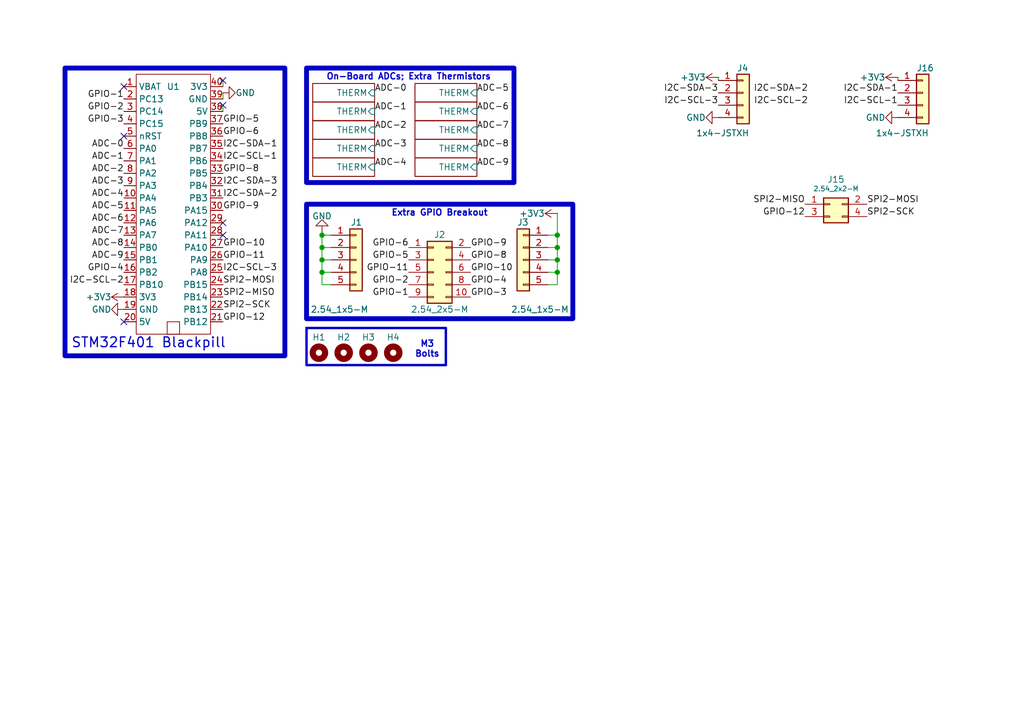
<source format=kicad_sch>
(kicad_sch (version 20250114) (generator "eeschema") (generator_version "9.0")
  (paper "A5")
  (lib_symbols
    (symbol "Connector_Generic:Conn_01x04" (pin_names (offset 1.016) (hide yes))
      (property "Reference" "J" (at 0 5.08 0))
      (property "Value" "Conn_01x04" (at 0 -7.62 0))
      (symbol "Conn_01x04_1_1"
        (rectangle (start -1.27 3.81) (end 1.27 -6.35) (stroke (width 0.254)) (fill (type background)))
        (rectangle (start -1.27 2.667) (end 0 2.413) (stroke (width 0.1524)))
        (rectangle (start -1.27 0.127) (end 0 -0.127) (stroke (width 0.1524)))
        (rectangle (start -1.27 -2.413) (end 0 -2.667) (stroke (width 0.1524)))
        (rectangle (start -1.27 -4.953) (end 0 -5.207) (stroke (width 0.1524)))
        (pin passive line (at -5.08 2.54 0) (length 3.81) (name "Pin_1") (number "1"))
        (pin passive line (at -5.08 0 0) (length 3.81) (name "Pin_2") (number "2"))
        (pin passive line (at -5.08 -2.54 0) (length 3.81) (name "Pin_3") (number "3"))
        (pin passive line (at -5.08 -5.08 0) (length 3.81) (name "Pin_4") (number "4"))
      )
    )
    (symbol "Connector_Generic:Conn_01x05" (pin_names (offset 1.016) (hide yes))
      (property "Reference" "J" (at 0 7.62 0))
      (property "Value" "Conn_01x05" (at 0 -7.62 0))
      (symbol "Conn_01x05_1_1"
        (rectangle (start -1.27 6.35) (end 1.27 -6.35) (stroke (width 0.254)) (fill (type background)))
        (rectangle (start -1.27 5.207) (end 0 4.953) (stroke (width 0.1524)))
        (rectangle (start -1.27 2.667) (end 0 2.413) (stroke (width 0.1524)))
        (rectangle (start -1.27 0.127) (end 0 -0.127) (stroke (width 0.1524)))
        (rectangle (start -1.27 -2.413) (end 0 -2.667) (stroke (width 0.1524)))
        (rectangle (start -1.27 -4.953) (end 0 -5.207) (stroke (width 0.1524)))
        (pin passive line (at -5.08 5.08 0) (length 3.81) (name "Pin_1") (number "1"))
        (pin passive line (at -5.08 2.54 0) (length 3.81) (name "Pin_2") (number "2"))
        (pin passive line (at -5.08 0 0) (length 3.81) (name "Pin_3") (number "3"))
        (pin passive line (at -5.08 -2.54 0) (length 3.81) (name "Pin_4") (number "4"))
        (pin passive line (at -5.08 -5.08 0) (length 3.81) (name "Pin_5") (number "5"))
      )
    )
    (symbol "Connector_Generic:Conn_02x02_Odd_Even" (pin_names (offset 1.016) (hide yes))
      (property "Reference" "J" (at 1.27 2.54 0))
      (property "Value" "Conn_02x02_Odd_Even" (at 1.27 -5.08 0))
      (symbol "Conn_02x02_Odd_Even_1_1"
        (rectangle (start -1.27 1.27) (end 3.81 -3.81) (stroke (width 0.254)) (fill (type background)))
        (rectangle (start -1.27 0.127) (end 0 -0.127) (stroke (width 0.1524)))
        (rectangle (start -1.27 -2.413) (end 0 -2.667) (stroke (width 0.1524)))
        (rectangle (start 3.81 0.127) (end 2.54 -0.127) (stroke (width 0.1524)))
        (rectangle (start 3.81 -2.413) (end 2.54 -2.667) (stroke (width 0.1524)))
        (pin passive line (at -5.08 0 0) (length 3.81) (name "Pin_1") (number "1"))
        (pin passive line (at -5.08 -2.54 0) (length 3.81) (name "Pin_3") (number "3"))
        (pin passive line (at 7.62 0 180) (length 3.81) (name "Pin_2") (number "2"))
        (pin passive line (at 7.62 -2.54 180) (length 3.81) (name "Pin_4") (number "4"))
      )
    )
    (symbol "Connector_Generic:Conn_02x05_Odd_Even" (pin_names (offset 1.016) (hide yes))
      (property "Reference" "J" (at 1.27 7.62 0))
      (property "Value" "Conn_02x05_Odd_Even" (at 1.27 -7.62 0))
      (symbol "Conn_02x05_Odd_Even_1_1"
        (rectangle (start -1.27 6.35) (end 3.81 -6.35) (stroke (width 0.254)) (fill (type background)))
        (rectangle (start -1.27 5.207) (end 0 4.953) (stroke (width 0.1524)))
        (rectangle (start -1.27 2.667) (end 0 2.413) (stroke (width 0.1524)))
        (rectangle (start -1.27 0.127) (end 0 -0.127) (stroke (width 0.1524)))
        (rectangle (start -1.27 -2.413) (end 0 -2.667) (stroke (width 0.1524)))
        (rectangle (start -1.27 -4.953) (end 0 -5.207) (stroke (width 0.1524)))
        (rectangle (start 3.81 5.207) (end 2.54 4.953) (stroke (width 0.1524)))
        (rectangle (start 3.81 2.667) (end 2.54 2.413) (stroke (width 0.1524)))
        (rectangle (start 3.81 0.127) (end 2.54 -0.127) (stroke (width 0.1524)))
        (rectangle (start 3.81 -2.413) (end 2.54 -2.667) (stroke (width 0.1524)))
        (rectangle (start 3.81 -4.953) (end 2.54 -5.207) (stroke (width 0.1524)))
        (pin passive line (at -5.08 5.08 0) (length 3.81) (name "Pin_1") (number "1"))
        (pin passive line (at -5.08 2.54 0) (length 3.81) (name "Pin_3") (number "3"))
        (pin passive line (at -5.08 0 0) (length 3.81) (name "Pin_5") (number "5"))
        (pin passive line (at -5.08 -2.54 0) (length 3.81) (name "Pin_7") (number "7"))
        (pin passive line (at -5.08 -5.08 0) (length 3.81) (name "Pin_9") (number "9"))
        (pin passive line (at 7.62 5.08 180) (length 3.81) (name "Pin_2") (number "2"))
        (pin passive line (at 7.62 2.54 180) (length 3.81) (name "Pin_4") (number "4"))
        (pin passive line (at 7.62 0 180) (length 3.81) (name "Pin_6") (number "6"))
        (pin passive line (at 7.62 -2.54 180) (length 3.81) (name "Pin_8") (number "8"))
        (pin passive line (at 7.62 -5.08 180) (length 3.81) (name "Pin_10") (number "10"))
      )
    )
    (symbol "CustomSymbols:STM32F401_Black_Pill"
      (property "Reference" "U1" (at 10.16 -7.62 0))
      (property "Value" "~" (at 0 0 0))
      (symbol "STM32F401_Black_Pill_0_1"
        (rectangle (start 2.54 -2.54) (end 17.78 -55.88))
      )
      (symbol "STM32F401_Black_Pill_1_1"
        (rectangle (start 8.89 -53.34) (end 11.43 -55.88))
        (pin input line (at 0 -5.08 0) (length 2.54) (name "VBAT") (number "1"))
        (pin input line (at 0 -7.62 0) (length 2.54) (name "PC13") (number "2"))
        (pin input line (at 0 -10.16 0) (length 2.54) (name "PC14") (number "3"))
        (pin input line (at 0 -12.7 0) (length 2.54) (name "PC15") (number "4"))
        (pin input line (at 0 -15.24 0) (length 2.54) (name "nRST") (number "5"))
        (pin input line (at 0 -17.78 0) (length 2.54) (name "PA0") (number "6"))
        (pin input line (at 0 -20.32 0) (length 2.54) (name "PA1") (number "7"))
        (pin input line (at 0 -22.86 0) (length 2.54) (name "PA2") (number "8"))
        (pin input line (at 0 -25.4 0) (length 2.54) (name "PA3") (number "9"))
        (pin input line (at 0 -27.94 0) (length 2.54) (name "PA4") (number "10"))
        (pin input line (at 0 -30.48 0) (length 2.54) (name "PA5") (number "11"))
        (pin input line (at 0 -33.02 0) (length 2.54) (name "PA6") (number "12"))
        (pin input line (at 0 -35.56 0) (length 2.54) (name "PA7") (number "13"))
        (pin input line (at 0 -38.1 0) (length 2.54) (name "PB0") (number "14"))
        (pin input line (at 0 -40.64 0) (length 2.54) (name "PB1") (number "15"))
        (pin input line (at 0 -43.18 0) (length 2.54) (name "PB2") (number "16"))
        (pin input line (at 0 -45.72 0) (length 2.54) (name "PB10") (number "17"))
        (pin input line (at 0 -48.26 0) (length 2.54) (name "3V3") (number "18"))
        (pin input line (at 0 -50.8 0) (length 2.54) (name "GND") (number "19"))
        (pin input line (at 0 -53.34 0) (length 2.54) (name "5V") (number "20"))
        (pin input line (at 20.32 -5.08 180) (length 2.54) (name "3V3") (number "40"))
        (pin input line (at 20.32 -7.62 180) (length 2.54) (name "GND") (number "39"))
        (pin input line (at 20.32 -10.16 180) (length 2.54) (name "5V") (number "38"))
        (pin input line (at 20.32 -12.7 180) (length 2.54) (name "PB9") (number "37"))
        (pin input line (at 20.32 -15.24 180) (length 2.54) (name "PB8") (number "36"))
        (pin input line (at 20.32 -17.78 180) (length 2.54) (name "PB7") (number "35"))
        (pin input line (at 20.32 -20.32 180) (length 2.54) (name "PB6") (number "34"))
        (pin input line (at 20.32 -22.86 180) (length 2.54) (name "PB5") (number "33"))
        (pin input line (at 20.32 -25.4 180) (length 2.54) (name "PB4") (number "32"))
        (pin input line (at 20.32 -27.94 180) (length 2.54) (name "PB3") (number "31"))
        (pin input line (at 20.32 -30.48 180) (length 2.54) (name "PA15") (number "30"))
        (pin input line (at 20.32 -33.02 180) (length 2.54) (name "PA12") (number "29"))
        (pin input line (at 20.32 -35.56 180) (length 2.54) (name "PA11") (number "28"))
        (pin input line (at 20.32 -38.1 180) (length 2.54) (name "PA10") (number "27"))
        (pin input line (at 20.32 -40.64 180) (length 2.54) (name "PA9") (number "26"))
        (pin input line (at 20.32 -43.18 180) (length 2.54) (name "PA8") (number "25"))
        (pin input line (at 20.32 -45.72 180) (length 2.54) (name "PB15") (number "24"))
        (pin input line (at 20.32 -48.26 180) (length 2.54) (name "PB14") (number "23"))
        (pin input line (at 20.32 -50.8 180) (length 2.54) (name "PB13") (number "22"))
        (pin input line (at 20.32 -53.34 180) (length 2.54) (name "PB12") (number "21"))
      )
    )
    (symbol "Mechanical:MountingHole" (pin_names (offset 1.016))
      (property "Reference" "H" (at 0 5.08 0))
      (property "Value" "MountingHole" (at 0 3.175 0))
      (symbol "MountingHole_0_1"
        (circle (center 0 0) (radius 1.27) (stroke (width 1.27)))
      )
    )
    (symbol "power:+3V3" (power) (pin_numbers (hide yes)) (pin_names (offset 0) (hide yes))
      (property "Value" "+3V3" (at 0 3.556 0))
      (symbol "+3V3_0_1"
        (polyline (pts (xy -0.762 1.27) (xy 0 2.54)))
        (polyline (pts (xy 0 2.54) (xy 0.762 1.27)))
        (polyline (pts (xy 0 0) (xy 0 2.54)))
      )
      (symbol "+3V3_1_1"
        (pin power_in line (at 0 0 90) (length 0) (name "~") (number "1"))
      )
    )
    (symbol "power:GND" (power) (pin_numbers (hide yes)) (pin_names (offset 0) (hide yes))
      (property "Value" "GND" (at 0 -3.81 0))
      (symbol "GND_0_1"
        (polyline (pts (xy 0 0) (xy 0 -1.27) (xy 1.27 -1.27) (xy 0 -2.54) (xy -1.27 -1.27) (xy 0 -1.27)))
      )
      (symbol "GND_1_1"
        (pin power_in line (at 0 0 270) (length 0) (name "~") (number "1"))
      )
    )
  )
  (rectangle (start 62.865 41.91) (end 117.475 65.405) (stroke (width 1)))
  (rectangle (start 13.335 13.97) (end 58.42 73.025) (stroke (width 1)))
  (rectangle (start 62.865 67.31) (end 91.44 74.93) (stroke (width 0.5)))
  (rectangle (start 62.865 13.97) (end 105.41 37.465) (stroke (width 1)))
  (text "STM32F401 Blackpill" (at 30.48 70.485 0) (effects (font (size 2 2) (thickness 0.254) (bold yes))))
  (text "M3\nBolts" (at 87.63 71.755 0) (effects (font (size 1.27 1.27) (thickness 0.254) (bold yes))))
  (text "Extra GPIO Breakout" (at 90.17 43.815 0) (effects (font (size 1.27 1.27) (thickness 0.254) (bold yes))))
  (text "On-Board ADCs; Extra Thermistors" (at 83.82 15.875 0) (effects (font (size 1.27 1.27) (thickness 0.254) (bold yes))))
  (junction (at 114.3 53.34))
  (junction (at 114.3 50.8))
  (junction (at 66.04 48.26))
  (junction (at 66.04 55.88))
  (junction (at 114.3 55.88))
  (junction (at 114.3 48.26))
  (junction (at 66.04 53.34))
  (junction (at 66.04 50.8))
  (no_connect (at 45.72 48.26))
  (no_connect (at 25.4 27.94))
  (no_connect (at 25.4 66.04))
  (no_connect (at 45.72 21.59))
  (no_connect (at 45.72 45.72))
  (no_connect (at 25.4 17.78))
  (no_connect (at 45.72 16.51))
  (wire (pts (xy 114.3 58.42) (xy 112.395 58.42)))
  (wire (pts (xy 114.3 48.26) (xy 112.395 48.26)))
  (wire (pts (xy 45.72 21.59) (xy 45.72 22.86)))
  (wire (pts (xy 114.3 53.34) (xy 114.3 55.88)))
  (wire (pts (xy 112.395 50.8) (xy 114.3 50.8)))
  (wire (pts (xy 66.04 53.34) (xy 67.945 53.34)))
  (wire (pts (xy 184.15 15.875) (xy 184.15 16.51)))
  (wire (pts (xy 45.72 19.05) (xy 45.72 20.32)))
  (wire (pts (xy 66.04 47.625) (xy 66.04 48.26)))
  (wire (pts (xy 114.3 43.815) (xy 114.3 48.26)))
  (wire (pts (xy 66.04 48.26) (xy 67.945 48.26)))
  (wire (pts (xy 147.32 15.875) (xy 147.32 16.51)))
  (wire (pts (xy 45.72 16.51) (xy 45.72 17.78)))
  (wire (pts (xy 66.04 50.8) (xy 66.04 53.34)))
  (wire (pts (xy 66.04 53.34) (xy 66.04 55.88)))
  (wire (pts (xy 114.3 53.34) (xy 112.395 53.34)))
  (wire (pts (xy 114.3 48.26) (xy 114.3 50.8)))
  (wire (pts (xy 66.04 58.42) (xy 67.945 58.42)))
  (wire (pts (xy 114.3 50.8) (xy 114.3 53.34)))
  (wire (pts (xy 114.3 55.88) (xy 112.395 55.88)))
  (wire (pts (xy 66.04 55.88) (xy 67.945 55.88)))
  (wire (pts (xy 66.04 48.26) (xy 66.04 50.8)))
  (wire (pts (xy 67.945 50.8) (xy 66.04 50.8)))
  (wire (pts (xy 114.3 55.88) (xy 114.3 58.42)))
  (wire (pts (xy 66.04 55.88) (xy 66.04 58.42)))
  (label "ADC-2" (at 25.4 35.56 180))
  (label "GPIO-5" (at 45.72 25.4 0))
  (label "ADC-0" (at 76.835 19.05 0))
  (label "SPI2-MOSI" (at 177.8 41.91 0))
  (label "GPIO-2" (at 25.4 22.86 180))
  (label "ADC-7" (at 25.4 48.26 180))
  (label "SPI2-SCK" (at 177.8 44.45 0))
  (label "I2C-SDA-1" (at 184.15 19.05 180))
  (label "I2C-SDA-1" (at 45.72 30.48 0))
  (label "I2C-SCL-3" (at 45.72 55.88 0))
  (label "I2C-SDA-3" (at 45.72 38.1 0))
  (label "GPIO-3" (at 96.52 60.96 0))
  (label "ADC-1" (at 76.835 22.86 0))
  (label "SPI2-MOSI" (at 45.72 58.42 0))
  (label "ADC-0" (at 25.4 30.48 180))
  (label "ADC-5" (at 25.4 43.18 180))
  (label "SPI2-SCK" (at 45.72 63.5 0))
  (label "I2C-SDA-3" (at 147.32 19.05 180))
  (label "GPIO-4" (at 25.4 55.88 180))
  (label "I2C-SDA-2" (at 45.72 40.64 0))
  (label "GPIO-11" (at 45.72 53.34 0))
  (label "GPIO-6" (at 45.72 27.94 0))
  (label "GPIO-12" (at 165.1 44.45 180))
  (label "ADC-3" (at 25.4 38.1 180))
  (label "GPIO-4" (at 96.52 58.42 0))
  (label "ADC-2" (at 76.835 26.67 0))
  (label "I2C-SCL-1" (at 184.15 21.59 180))
  (label "GPIO-11" (at 83.82 55.88 180))
  (label "GPIO-8" (at 45.72 35.56 0))
  (label "ADC-8" (at 97.79 30.48 0))
  (label "GPIO-1" (at 25.4 20.32 180))
  (label "ADC-3" (at 76.835 30.48 0))
  (label "ADC-6" (at 97.79 22.86 0))
  (label "GPIO-8" (at 96.52 53.34 0))
  (label "I2C-SDA-2" (at 165.735 19.05 180))
  (label "I2C-SCL-2" (at 165.735 21.59 180))
  (label "GPIO-12" (at 45.72 66.04 0))
  (label "ADC-9" (at 97.79 34.29 0))
  (label "GPIO-2" (at 83.82 58.42 180))
  (label "SPI2-MISO" (at 165.1 41.91 180))
  (label "I2C-SCL-1" (at 45.72 33.02 0))
  (label "GPIO-6" (at 83.82 50.8 180))
  (label "ADC-9" (at 25.4 53.34 180))
  (label "SPI2-MISO" (at 45.72 60.96 0))
  (label "ADC-4" (at 76.835 34.29 0))
  (label "ADC-6" (at 25.4 45.72 180))
  (label "ADC-8" (at 25.4 50.8 180))
  (label "I2C-SCL-2" (at 25.4 58.42 180))
  (label "ADC-4" (at 25.4 40.64 180))
  (label "GPIO-9" (at 45.72 43.18 0))
  (label "GPIO-1" (at 83.82 60.96 180))
  (label "GPIO-10" (at 45.72 50.8 0))
  (label "ADC-5" (at 97.79 19.05 0))
  (label "ADC-7" (at 97.79 26.67 0))
  (label "GPIO-9" (at 96.52 50.8 0))
  (label "I2C-SCL-3" (at 147.32 21.59 180))
  (label "GPIO-5" (at 83.82 53.34 180))
  (label "GPIO-10" (at 96.52 55.88 0))
  (label "GPIO-3" (at 25.4 25.4 180))
  (label "ADC-1" (at 25.4 33.02 180))
  (symbol (lib_id "power:GND") (at 147.32 24.13 270) (unit 1)
    (property "Reference" "#PWR031" (effects (hide yes)))
    (property "Value" "GND" (at 144.78 24.13 90) (effects (justify right)))
    (property "Description" "Power symbol creates a global label with name \"GND\" , ground" (effects (hide yes)))
  )
  (symbol (lib_id "power:GND") (at 25.4 63.5 270) (mirror x) (unit 1)
    (property "Reference" "#PWR02" (effects (hide yes)))
    (property "Value" "GND" (at 22.86 63.5 90) (effects (justify right)))
    (property "Description" "Power symbol creates a global label with name \"GND\" , ground" (effects (hide yes)))
  )
  (symbol (lib_id "Connector_Generic:Conn_01x05") (at 107.315 53.34 0) (mirror y) (unit 1)
    (property "Reference" "J3" (at 106.045 46.355 0) (effects (justify right bottom)))
    (property "Value" "2.54_1x5-M" (at 104.775 63.5 0) (effects (justify right)))
    (property "Footprint" "Connector_PinHeader_2.54mm:PinHeader_1x05_P2.54mm_Vertical" (effects (hide yes)))
    (property "Description" "Generic connector, single row, 01x05, script generated (kicad-library-utils/schlib/autogen/connector/)" (effects (hide yes)))
  )
  (symbol (lib_id "Mechanical:MountingHole") (at 65.405 72.39 180) (unit 1)
    (property "Reference" "H1" (at 65.405 69.215 0))
    (property "Value" "MountingHole" (effects (hide yes)))
    (property "Footprint" "CustomFootprints:M3 Mounting Hole ~ Classic - No Keepout" (effects (hide yes)))
    (property "Description" "Mounting Hole without connection" (effects (hide yes)))
  )
  (symbol (lib_id "CustomSymbols:STM32F401_Black_Pill") (at 25.4 12.7 0) (unit 1)
    (property "Reference" "U1" (at 35.56 17.78 0))
    (property "Value" "STM32F401 Blackpill" (effects (hide yes)))
    (property "Footprint" "CustomFootprints:Socketed MCU - STM32 BlackPill" (effects (hide yes)))
  )
  (symbol (lib_id "Connector_Generic:Conn_02x05_Odd_Even") (at 88.9 55.88 0) (unit 1)
    (property "Reference" "J2" (at 90.17 48.895 0) (effects (justify bottom)))
    (property "Value" "2.54_2x5-M" (at 90.17 63.5 0))
    (property "Footprint" "Connector_PinHeader_2.54mm:PinHeader_2x05_P2.54mm_Vertical" (effects (hide yes)))
    (property "Description" "Generic connector, double row, 02x05, odd/even pin numbering scheme (row 1 odd numbers, row 2 even numbers), script generated (kicad-library-utils/schlib/autogen/connector/)" (effects (hide yes)))
  )
  (symbol (lib_id "power:+3V3") (at 147.32 15.875 90) (unit 1)
    (property "Reference" "#PWR030" (effects (hide yes)))
    (property "Value" "+3V3" (at 144.78 15.875 90) (effects (justify left)))
    (property "Description" "Power symbol creates a global label with name \"+3V3\"" (effects (hide yes)))
  )
  (symbol (lib_id "Mechanical:MountingHole") (at 75.565 72.39 180) (unit 1)
    (property "Reference" "H3" (at 75.565 69.215 0))
    (property "Value" "MountingHole" (effects (hide yes)))
    (property "Footprint" "CustomFootprints:M3 Mounting Hole ~ Classic - No Keepout" (effects (hide yes)))
    (property "Description" "Mounting Hole without connection" (effects (hide yes)))
  )
  (symbol (lib_id "Connector_Generic:Conn_01x04") (at 189.23 19.05 0) (unit 1)
    (property "Reference" "J16" (at 187.96 13.97 0) (effects (justify left)))
    (property "Value" "1x4-JSTXH" (at 190.5 27.305 0) (effects (justify right)))
    (property "Footprint" "Connector_JST:JST_XH_B4B-XH-A_1x04_P2.50mm_Vertical" (effects (hide yes)))
    (property "Description" "Generic connector, single row, 01x04, script generated (kicad-library-utils/schlib/autogen/connector/)" (effects (hide yes)))
  )
  (symbol (lib_id "power:GND") (at 45.72 19.05 90) (unit 1)
    (property "Reference" "#PWR04" (effects (hide yes)))
    (property "Value" "GND" (at 48.26 19.05 90) (effects (justify right)))
    (property "Description" "Power symbol creates a global label with name \"GND\" , ground" (effects (hide yes)))
  )
  (symbol (lib_id "power:GND") (at 66.04 47.625 180) (unit 1)
    (property "Reference" "#PWR05" (effects (hide yes)))
    (property "Value" "GND" (at 66.04 45.085 0) (effects (justify top)))
    (property "Description" "Power symbol creates a global label with name \"GND\" , ground" (effects (hide yes)))
  )
  (symbol (lib_id "Mechanical:MountingHole") (at 70.485 72.39 180) (unit 1)
    (property "Reference" "H2" (at 70.485 69.215 0))
    (property "Value" "MountingHole" (effects (hide yes)))
    (property "Footprint" "CustomFootprints:M3 Mounting Hole ~ Classic - No Keepout" (effects (hide yes)))
    (property "Description" "Mounting Hole without connection" (effects (hide yes)))
  )
  (symbol (lib_id "power:GND") (at 184.15 24.13 270) (unit 1)
    (property "Reference" "#PWR07" (effects (hide yes)))
    (property "Value" "GND" (at 181.61 24.13 90) (effects (justify right)))
    (property "Description" "Power symbol creates a global label with name \"GND\" , ground" (effects (hide yes)))
  )
  (symbol (lib_id "power:+3V3") (at 25.4 60.96 90) (unit 1)
    (property "Reference" "#PWR01" (effects (hide yes)))
    (property "Value" "+3V3" (at 22.86 60.96 90) (effects (justify left)))
    (property "Description" "Power symbol creates a global label with name \"+3V3\"" (effects (hide yes)))
  )
  (symbol (lib_id "Connector_Generic:Conn_02x02_Odd_Even") (at 170.18 41.91 0) (unit 1)
    (property "Reference" "J15" (at 171.45 36.83 0))
    (property "Value" "2.54_2x2-M" (at 171.45 38.735 0) (effects (font (size 1 1))))
    (property "Footprint" "Connector_PinHeader_2.54mm:PinHeader_2x02_P2.54mm_Vertical" (effects (hide yes)))
    (property "Description" "Generic connector, double row, 02x02, odd/even pin numbering scheme (row 1 odd numbers, row 2 even numbers), script generated (kicad-library-utils/schlib/autogen/connector/)" (effects (hide yes)))
  )
  (symbol (lib_id "Connector_Generic:Conn_01x04") (at 152.4 19.05 0) (unit 1)
    (property "Reference" "J4" (at 151.13 13.97 0) (effects (justify left)))
    (property "Value" "1x4-JSTXH" (at 153.67 27.305 0) (effects (justify right)))
    (property "Footprint" "Connector_JST:JST_XH_B4B-XH-A_1x04_P2.50mm_Vertical" (effects (hide yes)))
    (property "Description" "Generic connector, single row, 01x04, script generated (kicad-library-utils/schlib/autogen/connector/)" (effects (hide yes)))
  )
  (symbol (lib_id "Mechanical:MountingHole") (at 80.645 72.39 180) (unit 1)
    (property "Reference" "H4" (at 80.645 69.215 0))
    (property "Value" "MountingHole" (effects (hide yes)))
    (property "Footprint" "CustomFootprints:M3 Mounting Hole ~ Classic - No Keepout" (effects (hide yes)))
    (property "Description" "Mounting Hole without connection" (effects (hide yes)))
  )
  (symbol (lib_id "Connector_Generic:Conn_01x05") (at 73.025 53.34 0) (unit 1)
    (property "Reference" "J1" (at 74.295 46.355 0) (effects (justify right bottom)))
    (property "Value" "2.54_1x5-M" (at 75.565 63.5 0) (effects (justify right)))
    (property "Footprint" "Connector_PinHeader_2.54mm:PinHeader_1x05_P2.54mm_Vertical" (effects (hide yes)))
    (property "Description" "Generic connector, single row, 01x05, script generated (kicad-library-utils/schlib/autogen/connector/)" (effects (hide yes)))
  )
  (symbol (lib_id "power:+3V3") (at 114.3 43.815 90) (unit 1)
    (property "Reference" "#PWR06" (effects (hide yes)))
    (property "Value" "+3V3" (at 111.76 43.815 90) (effects (justify left)))
    (property "Description" "Power symbol creates a global label with name \"+3V3\"" (effects (hide yes)))
  )
  (symbol (lib_id "power:+3V3") (at 184.15 15.875 90) (unit 1)
    (property "Reference" "#PWR03" (effects (hide yes)))
    (property "Value" "+3V3" (at 181.61 15.875 90) (effects (justify left)))
    (property "Description" "Power symbol creates a global label with name \"+3V3\"" (effects (hide yes)))
  )
  (sheet (at 85.09 20.955) (size 12.7 3.81) (stroke (width 0.1524))
    (property "Sheetname" "Thermistor7" (effects (hide yes)))
    (property "Sheetfile" "Thermistor.kicad_sch" (effects (hide yes)))
    (pin "THERM" input (at 97.79 22.86 0))
  )
  (sheet (at 64.135 17.145) (size 12.7 3.81) (stroke (width 0.1524))
    (property "Sheetname" "Thermistor1" (effects (hide yes)))
    (property "Sheetfile" "Thermistor.kicad_sch" (effects (hide yes)))
    (pin "THERM" input (at 76.835 19.05 0))
  )
  (sheet (at 64.135 24.765) (size 12.7 3.81) (stroke (width 0.1524))
    (property "Sheetname" "Thermistor3" (effects (hide yes)))
    (property "Sheetfile" "Thermistor.kicad_sch" (effects (hide yes)))
    (pin "THERM" input (at 76.835 26.67 0))
  )
  (sheet (at 85.09 28.575) (size 12.7 3.81) (stroke (width 0.1524))
    (property "Sheetname" "Thermistor9" (effects (hide yes)))
    (property "Sheetfile" "Thermistor.kicad_sch" (effects (hide yes)))
    (pin "THERM" input (at 97.79 30.48 0))
  )
  (sheet (at 85.09 17.145) (size 12.7 3.81) (stroke (width 0.1524))
    (property "Sheetname" "Thermistor6" (effects (hide yes)))
    (property "Sheetfile" "Thermistor.kicad_sch" (effects (hide yes)))
    (pin "THERM" input (at 97.79 19.05 0))
  )
  (sheet (at 85.09 32.385) (size 12.7 3.81) (stroke (width 0.1524))
    (property "Sheetname" "Thermistor10" (effects (hide yes)))
    (property "Sheetfile" "Thermistor.kicad_sch" (effects (hide yes)))
    (pin "THERM" input (at 97.79 34.29 0))
  )
  (sheet (at 64.135 20.955) (size 12.7 3.81) (stroke (width 0.1524))
    (property "Sheetname" "Thermistor2" (effects (hide yes)))
    (property "Sheetfile" "Thermistor.kicad_sch" (effects (hide yes)))
    (pin "THERM" input (at 76.835 22.86 0))
  )
  (sheet (at 64.135 28.575) (size 12.7 3.81) (stroke (width 0.1524))
    (property "Sheetname" "Thermistor4" (effects (hide yes)))
    (property "Sheetfile" "Thermistor.kicad_sch" (effects (hide yes)))
    (pin "THERM" input (at 76.835 30.48 0))
  )
  (sheet (at 64.135 32.385) (size 12.7 3.81) (stroke (width 0.1524))
    (property "Sheetname" "Thermistor5" (effects (hide yes)))
    (property "Sheetfile" "Thermistor.kicad_sch" (effects (hide yes)))
    (pin "THERM" input (at 76.835 34.29 0))
  )
  (sheet (at 85.09 24.765) (size 12.7 3.81) (stroke (width 0.1524))
    (property "Sheetname" "Thermistor8" (effects (hide yes)))
    (property "Sheetfile" "Thermistor.kicad_sch" (effects (hide yes)))
    (pin "THERM" input (at 97.79 26.67 0))
  )
)
</source>
